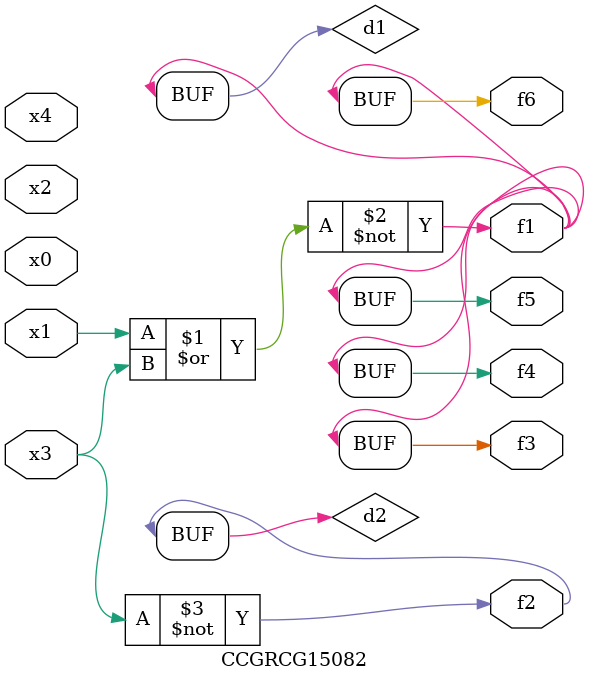
<source format=v>
module CCGRCG15082(
	input x0, x1, x2, x3, x4,
	output f1, f2, f3, f4, f5, f6
);

	wire d1, d2;

	nor (d1, x1, x3);
	not (d2, x3);
	assign f1 = d1;
	assign f2 = d2;
	assign f3 = d1;
	assign f4 = d1;
	assign f5 = d1;
	assign f6 = d1;
endmodule

</source>
